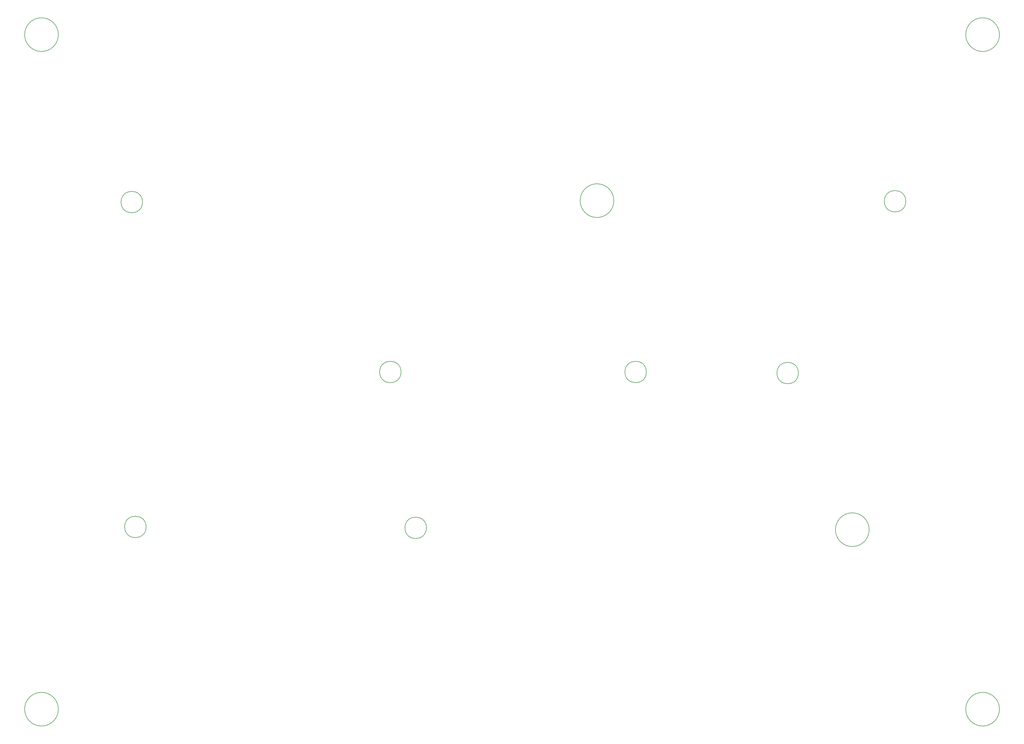
<source format=gbr>
%TF.GenerationSoftware,KiCad,Pcbnew,8.0.1*%
%TF.CreationDate,2024-04-17T10:04:04-05:00*%
%TF.ProjectId,Kristerj,4b726973-7465-4726-9a2e-6b696361645f,rev?*%
%TF.SameCoordinates,Original*%
%TF.FileFunction,Other,Comment*%
%FSLAX46Y46*%
G04 Gerber Fmt 4.6, Leading zero omitted, Abs format (unit mm)*
G04 Created by KiCad (PCBNEW 8.0.1) date 2024-04-17 10:04:04*
%MOMM*%
%LPD*%
G01*
G04 APERTURE LIST*
%ADD10C,0.150000*%
G04 APERTURE END LIST*
D10*
%TO.C,H1*%
X148000000Y-309700000D02*
G75*
G02*
X137000000Y-309700000I-5500000J0D01*
G01*
X137000000Y-309700000D02*
G75*
G02*
X148000000Y-309700000I5500000J0D01*
G01*
%TO.C,H11*%
X454900000Y-309700000D02*
G75*
G02*
X443900000Y-309700000I-5500000J0D01*
G01*
X443900000Y-309700000D02*
G75*
G02*
X454900000Y-309700000I5500000J0D01*
G01*
%TO.C,H5*%
X148000000Y-89700000D02*
G75*
G02*
X137000000Y-89700000I-5500000J0D01*
G01*
X137000000Y-89700000D02*
G75*
G02*
X148000000Y-89700000I5500000J0D01*
G01*
%TO.C,H2*%
X176620000Y-250255000D02*
G75*
G02*
X169620000Y-250255000I-3500000J0D01*
G01*
X169620000Y-250255000D02*
G75*
G02*
X176620000Y-250255000I3500000J0D01*
G01*
%TO.C,H6*%
X339760000Y-199720000D02*
G75*
G02*
X332760000Y-199720000I-3500000J0D01*
G01*
X332760000Y-199720000D02*
G75*
G02*
X339760000Y-199720000I3500000J0D01*
G01*
%TO.C,H7*%
X424350000Y-144035000D02*
G75*
G02*
X417350000Y-144035000I-3500000J0D01*
G01*
X417350000Y-144035000D02*
G75*
G02*
X424350000Y-144035000I3500000J0D01*
G01*
%TO.C,H8*%
X329150000Y-143835000D02*
G75*
G02*
X318150000Y-143835000I-5500000J0D01*
G01*
X318150000Y-143835000D02*
G75*
G02*
X329150000Y-143835000I5500000J0D01*
G01*
%TO.C,H9*%
X175439260Y-144302740D02*
G75*
G02*
X168439260Y-144302740I-3500000J0D01*
G01*
X168439260Y-144302740D02*
G75*
G02*
X175439260Y-144302740I3500000J0D01*
G01*
%TO.C,H10*%
X259760000Y-199720000D02*
G75*
G02*
X252760000Y-199720000I-3500000J0D01*
G01*
X252760000Y-199720000D02*
G75*
G02*
X259760000Y-199720000I3500000J0D01*
G01*
%TO.C,H4*%
X412410000Y-251155000D02*
G75*
G02*
X401410000Y-251155000I-5500000J0D01*
G01*
X401410000Y-251155000D02*
G75*
G02*
X412410000Y-251155000I5500000J0D01*
G01*
%TO.C,H12*%
X268030000Y-250555000D02*
G75*
G02*
X261030000Y-250555000I-3500000J0D01*
G01*
X261030000Y-250555000D02*
G75*
G02*
X268030000Y-250555000I3500000J0D01*
G01*
%TO.C,H13*%
X389330000Y-200075000D02*
G75*
G02*
X382330000Y-200075000I-3500000J0D01*
G01*
X382330000Y-200075000D02*
G75*
G02*
X389330000Y-200075000I3500000J0D01*
G01*
%TO.C,H3*%
X454900000Y-89700000D02*
G75*
G02*
X443900000Y-89700000I-5500000J0D01*
G01*
X443900000Y-89700000D02*
G75*
G02*
X454900000Y-89700000I5500000J0D01*
G01*
%TD*%
M02*

</source>
